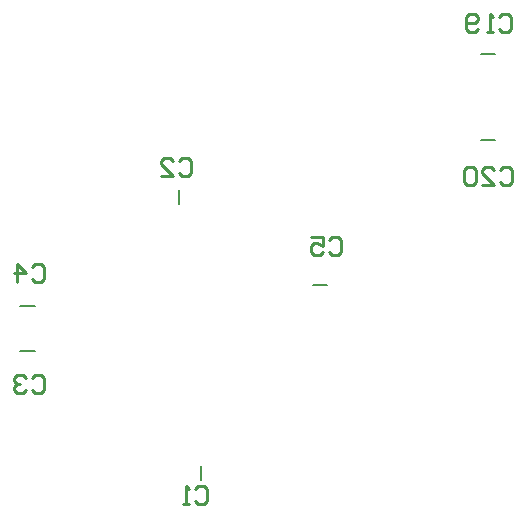
<source format=gbo>
G04*
G04 #@! TF.GenerationSoftware,Altium Limited,Altium Designer,20.0.9 (164)*
G04*
G04 Layer_Color=32896*
%FSLAX25Y25*%
%MOIN*%
G70*
G01*
G75*
%ADD10C,0.00787*%
%ADD12C,0.01000*%
D10*
X295638Y419043D02*
X300362D01*
X295638Y447500D02*
X300362D01*
X239638Y370543D02*
X244362D01*
X142138Y363543D02*
X146862D01*
X142138Y348500D02*
X146862D01*
X195000Y397638D02*
Y402362D01*
X202457Y305638D02*
Y310362D01*
D12*
X301999Y408999D02*
X302998Y409999D01*
X304998D01*
X305997Y408999D01*
Y405001D01*
X304998Y404001D01*
X302998D01*
X301999Y405001D01*
X296001Y404001D02*
X299999D01*
X296001Y408000D01*
Y408999D01*
X297000Y409999D01*
X299000D01*
X299999Y408999D01*
X294001D02*
X293002Y409999D01*
X291002D01*
X290003Y408999D01*
Y405001D01*
X291002Y404001D01*
X293002D01*
X294001Y405001D01*
Y408999D01*
X301499Y459999D02*
X302499Y460999D01*
X304498D01*
X305498Y459999D01*
Y456001D01*
X304498Y455001D01*
X302499D01*
X301499Y456001D01*
X299500Y455001D02*
X297500D01*
X298500D01*
Y460999D01*
X299500Y459999D01*
X294501Y456001D02*
X293501Y455001D01*
X291502D01*
X290502Y456001D01*
Y459999D01*
X291502Y460999D01*
X293501D01*
X294501Y459999D01*
Y459000D01*
X293501Y458000D01*
X290502D01*
X194901Y411898D02*
X195901Y412898D01*
X197900D01*
X198900Y411898D01*
Y407900D01*
X197900Y406900D01*
X195901D01*
X194901Y407900D01*
X188903Y406900D02*
X192902D01*
X188903Y410899D01*
Y411898D01*
X189903Y412898D01*
X191902D01*
X192902Y411898D01*
X245101Y385598D02*
X246101Y386598D01*
X248100D01*
X249100Y385598D01*
Y381600D01*
X248100Y380600D01*
X246101D01*
X245101Y381600D01*
X239103Y386598D02*
X243102D01*
Y383599D01*
X241103Y384599D01*
X240103D01*
X239103Y383599D01*
Y381600D01*
X240103Y380600D01*
X242102D01*
X243102Y381600D01*
X146000Y376499D02*
X146999Y377499D01*
X148999D01*
X149998Y376499D01*
Y372501D01*
X148999Y371501D01*
X146999D01*
X146000Y372501D01*
X141001Y371501D02*
Y377499D01*
X144000Y374500D01*
X140002D01*
X146000Y339499D02*
X146999Y340499D01*
X148999D01*
X149998Y339499D01*
Y335501D01*
X148999Y334501D01*
X146999D01*
X146000Y335501D01*
X144000Y339499D02*
X143001Y340499D01*
X141001D01*
X140002Y339499D01*
Y338500D01*
X141001Y337500D01*
X142001D01*
X141001D01*
X140002Y336500D01*
Y335501D01*
X141001Y334501D01*
X143001D01*
X144000Y335501D01*
X200413Y302499D02*
X201413Y303499D01*
X203412D01*
X204412Y302499D01*
Y298501D01*
X203412Y297501D01*
X201413D01*
X200413Y298501D01*
X198414Y297501D02*
X196415D01*
X197414D01*
Y303499D01*
X198414Y302499D01*
M02*

</source>
